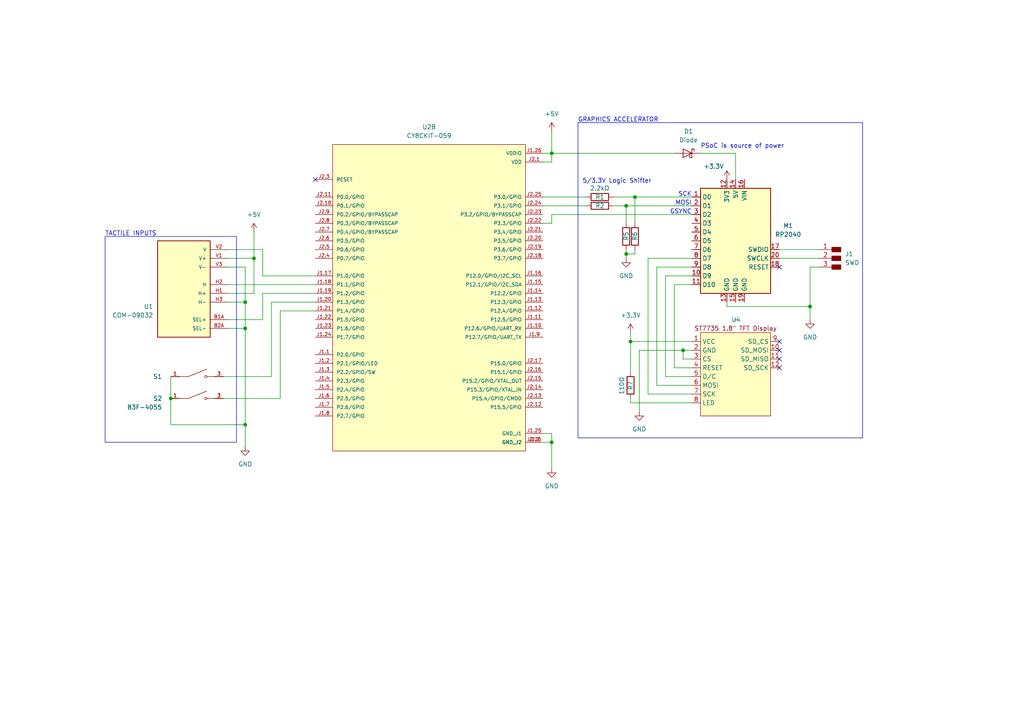
<source format=kicad_sch>
(kicad_sch (version 20231120) (generator "eeschema") (generator_version "8.0")
  (paper "A4")
  (lib_symbols
    (symbol "B3F-4055:B3F-4055" (pin_names (offset 1.016))
      (property "Reference" "S" (at -2.54 2.54 0))
      (property "Value" "B3F-4055" (at -2.54 -2.54 0))
      (symbol "B3F-4055_0_0"
        (polyline (pts (xy -2.54 0) (xy -5.08 0)) (stroke (width 0.1524)))
        (polyline (pts (xy -2.54 0) (xy 2.794 2.1336)) (stroke (width 0.1524)))
        (polyline (pts (xy 5.08 0) (xy 2.921 0)) (stroke (width 0.1524)))
        (circle (center 2.54 0) (radius 0.3302) (stroke (width 0.1524)))
        (pin passive line (at -7.62 0 0) (length 2.54) (name "~") (number "1"))
        (pin passive line (at 7.62 0 180) (length 2.54) (name "~") (number "3"))
      )
    )
    (symbol "COM-09032_1" (pin_names (offset 1.016))
      (property "Reference" "U1" (at 8.89 -3.81 0))
      (property "Value" "COM-09032" (at 8.89 -6.35 0))
      (symbol "COM-09032_1_0_0"
        (rectangle (start -7.62 15.24) (end 7.62 -12.7) (stroke (width 0.254)) (fill (type background)))
        (pin passive line (at -12.7 -7.62 0) (length 5.08) (name "SEL+") (number "B1A"))
        (pin passive line (at -12.7 -10.16 0) (length 5.08) (name "SEL-") (number "B2A"))
        (pin passive line (at -12.7 0 0) (length 5.08) (name "H+") (number "H1"))
        (pin passive line (at -12.7 2.54 0) (length 5.08) (name "H") (number "H2"))
        (pin passive line (at -12.7 -2.54 0) (length 5.08) (name "H-") (number "H3"))
        (pin passive line (at -12.7 10.16 0) (length 5.08) (name "V+") (number "V1"))
        (pin passive line (at -12.7 12.7 0) (length 5.08) (name "V") (number "V2"))
        (pin passive line (at -12.7 7.62 0) (length 5.08) (name "V-") (number "V3"))
      )
    )
    (symbol "CY8C58LP:CY8CKIT-059" (pin_names (offset 1.016))
      (property "Reference" "U" (at -20.32 16.002 0))
      (property "Value" "CY8CKIT-059" (at -20.32 -20.32 0))
      (symbol "CY8CKIT-059_1_0"
        (rectangle (start -20.32 -17.78) (end 20.32 15.24) (stroke (width 0.1524)) (fill (type background)))
        (pin power_in line (at 25.4 -12.7 180) (length 5.08) (name "GND_J8") (number "J8.1"))
        (pin bidirectional line (at -25.4 0 0) (length 5.08) (name "P3.0/GPIO") (number "J8.2"))
        (pin bidirectional line (at -25.4 -2.54 0) (length 5.08) (name "P3.4/GPIO") (number "J8.3"))
        (pin bidirectional line (at -25.4 -5.08 0) (length 5.08) (name "P3.5/GPIO") (number "J8.4"))
        (pin bidirectional line (at -25.4 -7.62 0) (length 5.08) (name "P3.6/GPIO") (number "J8.5"))
        (pin bidirectional line (at -25.4 7.62 0) (length 5.08) (name "P0.0/GPIO") (number "J8.6"))
        (pin bidirectional line (at -25.4 5.08 0) (length 5.08) (name "P0.1/GPIO") (number "J8.7"))
        (pin power_in line (at 25.4 12.7 180) (length 5.08) (name "VBUS") (number "J9.1"))
        (pin power_in line (at 25.4 -15.24 180) (length 5.08) (name "GND_J9") (number "J9.2"))
        (pin bidirectional line (at 25.4 0 180) (length 5.08) (name "P12.5/GPIO") (number "J9.3"))
        (pin bidirectional line (at 25.4 5.08 180) (length 5.08) (name "P12.0/GPIO/I2C_SCL") (number "J9.4"))
        (pin bidirectional line (at 25.4 2.54 180) (length 5.08) (name "P12.1/GPIO/I2C_SDA") (number "J9.5"))
        (pin bidirectional line (at 25.4 -2.54 180) (length 5.08) (name "P12.6/GPIO/UART_RX") (number "J9.6"))
        (pin bidirectional line (at 25.4 -5.08 180) (length 5.08) (name "P12.7/GPIO/UART_TX") (number "J9.7"))
      )
      (symbol "CY8CKIT-059_2_0"
        (rectangle (start -27.94 -45.72) (end 27.94 43.18) (stroke (width 0.1524)) (fill (type background)))
        (pin bidirectional line (at -33.02 -17.78 0) (length 5.08) (name "P2.0/GPIO") (number "J1.1"))
        (pin bidirectional line (at 33.02 -10.16 180) (length 5.08) (name "P12.6/GPIO/UART_RX") (number "J1.10"))
        (pin bidirectional line (at 33.02 -7.62 180) (length 5.08) (name "P12.5/GPIO") (number "J1.11"))
        (pin bidirectional line (at 33.02 -5.08 180) (length 5.08) (name "P12.4/GPIO") (number "J1.12"))
        (pin bidirectional line (at 33.02 -2.54 180) (length 5.08) (name "P12.3/GPIO") (number "J1.13"))
        (pin bidirectional line (at 33.02 0 180) (length 5.08) (name "P12.2/GPIO") (number "J1.14"))
        (pin bidirectional line (at 33.02 2.54 180) (length 5.08) (name "P12.1/GPIO/I2C_SDA") (number "J1.15"))
        (pin bidirectional line (at 33.02 5.08 180) (length 5.08) (name "P12.0/GPIO/I2C_SCL") (number "J1.16"))
        (pin bidirectional line (at -33.02 5.08 0) (length 5.08) (name "P1.0/GPIO") (number "J1.17"))
        (pin bidirectional line (at -33.02 2.54 0) (length 5.08) (name "P1.1/GPIO") (number "J1.18"))
        (pin bidirectional line (at -33.02 0 0) (length 5.08) (name "P1.2/GPIO") (number "J1.19"))
        (pin bidirectional line (at -33.02 -20.32 0) (length 5.08) (name "P2.1/GPIO/LED") (number "J1.2"))
        (pin bidirectional line (at -33.02 -2.54 0) (length 5.08) (name "P1.3/GPIO") (number "J1.20"))
        (pin bidirectional line (at -33.02 -5.08 0) (length 5.08) (name "P1.4/GPIO") (number "J1.21"))
        (pin bidirectional line (at -33.02 -7.62 0) (length 5.08) (name "P1.5/GPIO") (number "J1.22"))
        (pin bidirectional line (at -33.02 -10.16 0) (length 5.08) (name "P1.6/GPIO") (number "J1.23"))
        (pin bidirectional line (at -33.02 -12.7 0) (length 5.08) (name "P1.7/GPIO") (number "J1.24"))
        (pin power_in line (at 33.02 -40.64 180) (length 5.08) (name "GND_J1") (number "J1.25"))
        (pin power_in line (at 33.02 40.64 180) (length 5.08) (name "VDDIO") (number "J1.26"))
        (pin bidirectional line (at -33.02 -22.86 0) (length 5.08) (name "P2.2/GPIO/SW") (number "J1.3"))
        (pin bidirectional line (at -33.02 -25.4 0) (length 5.08) (name "P2.3/GPIO") (number "J1.4"))
        (pin bidirectional line (at -33.02 -27.94 0) (length 5.08) (name "P2.4/GPIO") (number "J1.5"))
        (pin bidirectional line (at -33.02 -30.48 0) (length 5.08) (name "P2.5/GPIO") (number "J1.6"))
        (pin bidirectional line (at -33.02 -33.02 0) (length 5.08) (name "P2.6/GPIO") (number "J1.7"))
        (pin bidirectional line (at -33.02 -35.56 0) (length 5.08) (name "P2.7/GPIO") (number "J1.8"))
        (pin bidirectional line (at 33.02 -12.7 180) (length 5.08) (name "P12.7/GPIO/UART_TX") (number "J1.9"))
        (pin power_in line (at 33.02 38.1 180) (length 5.08) (name "VDD") (number "J2.1"))
        (pin bidirectional line (at -33.02 25.4 0) (length 5.08) (name "P0.1/GPIO") (number "J2.10"))
        (pin bidirectional line (at -33.02 27.94 0) (length 5.08) (name "P0.0/GPIO") (number "J2.11"))
        (pin bidirectional line (at 33.02 -33.02 180) (length 5.08) (name "P15.5/GPIO") (number "J2.12"))
        (pin bidirectional line (at 33.02 -30.48 180) (length 5.08) (name "P15.4/GPIO/CMOD") (number "J2.13"))
        (pin bidirectional line (at 33.02 -27.94 180) (length 5.08) (name "P15.3/GPIO/XTAL_IN") (number "J2.14"))
        (pin bidirectional line (at 33.02 -25.4 180) (length 5.08) (name "P15.2/GPIO/XTAL_OUT") (number "J2.15"))
        (pin bidirectional line (at 33.02 -22.86 180) (length 5.08) (name "P15.1/GPIO") (number "J2.16"))
        (pin bidirectional line (at 33.02 -20.32 180) (length 5.08) (name "P15.0/GPIO") (number "J2.17"))
        (pin bidirectional line (at 33.02 10.16 180) (length 5.08) (name "P3.7/GPIO") (number "J2.18"))
        (pin bidirectional line (at 33.02 12.7 180) (length 5.08) (name "P3.6/GPIO") (number "J2.19"))
        (pin power_in line (at 33.02 -43.18 180) (length 5.08) (name "GND_J2") (number "J2.2"))
        (pin bidirectional line (at 33.02 15.24 180) (length 5.08) (name "P3.5/GPIO") (number "J2.20"))
        (pin bidirectional line (at 33.02 17.78 180) (length 5.08) (name "P3.4/GPIO") (number "J2.21"))
        (pin bidirectional line (at 33.02 20.32 180) (length 5.08) (name "P3.3/GPIO") (number "J2.22"))
        (pin bidirectional line (at 33.02 22.86 180) (length 5.08) (name "P3.2/GPIO/BYPASSCAP") (number "J2.23"))
        (pin bidirectional line (at 33.02 25.4 180) (length 5.08) (name "P3.1/GPIO") (number "J2.24"))
        (pin bidirectional line (at 33.02 27.94 180) (length 5.08) (name "P3.0/GPIO") (number "J2.25"))
        (pin power_in line (at 33.02 -43.18 180) (length 5.08) (name "GND_J2") (number "J2.26"))
        (pin bidirectional line (at -33.02 33.02 0) (length 5.08) (name "RESET") (number "J2.3"))
        (pin bidirectional line (at -33.02 10.16 0) (length 5.08) (name "P0.7/GPIO") (number "J2.4"))
        (pin bidirectional line (at -33.02 12.7 0) (length 5.08) (name "P0.6/GPIO") (number "J2.5"))
        (pin bidirectional line (at -33.02 15.24 0) (length 5.08) (name "P0.5/GPIO") (number "J2.6"))
        (pin bidirectional line (at -33.02 17.78 0) (length 5.08) (name "P0.4/GPIO/BYPASSCAP") (number "J2.7"))
        (pin bidirectional line (at -33.02 20.32 0) (length 5.08) (name "P0.3/GPIO/BYPASSCAP") (number "J2.8"))
        (pin bidirectional line (at -33.02 22.86 0) (length 5.08) (name "P0.2/GPIO/BYPASSCAP") (number "J2.9"))
      )
    )
    (symbol "Device:R" (pin_numbers hide) (pin_names (offset 0))
      (property "Reference" "R" (at 2.032 0 90))
      (property "Value" "R" (at 0 0 90))
      (symbol "R_0_1"
        (rectangle (start -1.016 -2.54) (end 1.016 2.54) (stroke (width 0.254)))
      )
      (symbol "R_1_1"
        (pin passive line (at 0 3.81 270) (length 1.27) (name "~") (number "1"))
        (pin passive line (at 0 -3.81 90) (length 1.27) (name "~") (number "2"))
      )
    )
    (symbol "Display_Graphic:ST7735"
      (property "Reference" "U" (at 0 0 0))
      (symbol "ST7735_1_1"
        (rectangle (start -10.16 -3.81) (end 10.16 -27.94) (fill (type background)))
        (text "ST7735 1.8\" TFT Display" (at 0 -2.54 0) (effects (font (size 1.27 1.27))))
        (pin power_in line (at -12.7 -6.35 0) (length 2.54) (name "VCC") (number "1"))
        (pin input line (at 12.7 -8.89 180) (length 2.54) (name "SD_MOSI") (number "10"))
        (pin input line (at 12.7 -11.43 180) (length 2.54) (name "SD_MISO") (number "11"))
        (pin input line (at 12.7 -13.97 180) (length 2.54) (name "SD_SCK") (number "12"))
        (pin input line (at -12.7 -8.89 0) (length 2.54) (name "GND") (number "2"))
        (pin input line (at -12.7 -11.43 0) (length 2.54) (name "CS") (number "3"))
        (pin input line (at -12.7 -13.97 0) (length 2.54) (name "RESET") (number "4"))
        (pin input line (at -12.7 -16.51 0) (length 2.54) (name "D/C") (number "5"))
        (pin input line (at -12.7 -19.05 0) (length 2.54) (name "MOSI") (number "6"))
        (pin input line (at -12.7 -21.59 0) (length 2.54) (name "SCK") (number "7"))
        (pin input line (at -12.7 -24.13 0) (length 2.54) (name "LED") (number "8"))
        (pin input line (at 12.7 -6.35 180) (length 2.54) (name "SD_CS") (number "9"))
      )
    )
    (symbol "Fab:Conn_PinHeader_1x03_P2.54mm_Vertical_THT_D1mm" (pin_names hide)
      (property "Reference" "J" (at 0 5.08 0))
      (property "Value" "Conn_PinHeader_1x03_P2.54mm_Vertical_THT_D1mm" (at 0 -5.08 0))
      (symbol "Conn_PinHeader_1x03_P2.54mm_Vertical_THT_D1mm_1_1"
        (rectangle (start -1.27 -1.905) (end 1.27 -3.175) (stroke (width 0.254)) (fill (type outline)))
        (rectangle (start -1.27 0.635) (end 1.27 -0.635) (stroke (width 0.254)) (fill (type outline)))
        (rectangle (start -1.27 3.175) (end 1.27 1.905) (stroke (width 0.254)) (fill (type outline)))
        (pin passive line (at 5.08 2.54 180) (length 3.81) (name "Pin_1") (number "1"))
        (pin passive line (at 5.08 0 180) (length 3.81) (name "Pin_2") (number "2"))
        (pin passive line (at 5.08 -2.54 180) (length 3.81) (name "Pin_3") (number "3"))
      )
    )
    (symbol "Fab:Diode_Schottky_SOD123" (pin_numbers hide) (pin_names (offset 1.016) hide)
      (property "Reference" "D" (at 0 2.54 0))
      (property "Value" "Diode_Schottky_SOD123" (at 0 -2.54 0))
      (symbol "Diode_Schottky_SOD123_0_1"
        (polyline (pts (xy 1.27 0) (xy -1.27 0)))
        (polyline (pts (xy 1.27 1.27) (xy 1.27 -1.27) (xy -1.27 0) (xy 1.27 1.27)) (stroke (width 0.2032)))
        (polyline (pts (xy -1.905 0.635) (xy -1.905 1.27) (xy -1.27 1.27) (xy -1.27 -1.27) (xy -0.635 -1.27) (xy -0.635 -0.635)) (stroke (width 0.2032)))
      )
      (symbol "Diode_Schottky_SOD123_1_1"
        (pin passive line (at -3.81 0 0) (length 2.54) (name "K") (number "1"))
        (pin passive line (at 3.81 0 180) (length 2.54) (name "A") (number "2"))
      )
    )
    (symbol "Fab:Module_XIAO-RP2040"
      (property "Reference" "M" (at -10.16 16.51 0))
      (property "Value" "Module_XIAO-RP2040" (at 3.81 16.51 0))
      (symbol "Module_XIAO-RP2040_1_1"
        (rectangle (start -10.16 15.24) (end 10.16 -15.24) (stroke (width 0.254)) (fill (type background)))
        (pin bidirectional line (at -12.7 12.7 0) (length 2.54) (name "D0") (number "1"))
        (pin bidirectional line (at -12.7 -10.16 0) (length 2.54) (name "D9") (number "10"))
        (pin bidirectional line (at -12.7 -12.7 0) (length 2.54) (name "D10") (number "11"))
        (pin power_in line (at -2.54 17.78 270) (length 2.54) (name "3V3") (number "12"))
        (pin power_in line (at -2.54 -17.78 90) (length 2.54) (name "GND") (number "13"))
        (pin power_in line (at 0 17.78 270) (length 2.54) (name "5V") (number "14"))
        (pin power_in line (at 0 -17.78 90) (length 2.54) (name "GND") (number "15"))
        (pin power_in line (at 2.54 17.78 270) (length 2.54) (name "VIN") (number "16"))
        (pin bidirectional line (at 12.7 -2.54 180) (length 2.54) (name "SWDIO") (number "17"))
        (pin input line (at 12.7 -7.62 180) (length 2.54) (name "RESET") (number "18"))
        (pin power_in line (at 2.54 -17.78 90) (length 2.54) (name "GND") (number "19"))
        (pin bidirectional line (at -12.7 10.16 0) (length 2.54) (name "D1") (number "2"))
        (pin input line (at 12.7 -5.08 180) (length 2.54) (name "SWCLK") (number "20"))
        (pin bidirectional line (at -12.7 7.62 0) (length 2.54) (name "D2") (number "3"))
        (pin bidirectional line (at -12.7 5.08 0) (length 2.54) (name "D3") (number "4"))
        (pin bidirectional line (at -12.7 2.54 0) (length 2.54) (name "D4") (number "5"))
        (pin bidirectional line (at -12.7 0 0) (length 2.54) (name "D5") (number "6"))
        (pin bidirectional line (at -12.7 -2.54 0) (length 2.54) (name "D6") (number "7"))
        (pin bidirectional line (at -12.7 -5.08 0) (length 2.54) (name "D7") (number "8"))
        (pin bidirectional line (at -12.7 -7.62 0) (length 2.54) (name "D8") (number "9"))
      )
    )
    (symbol "power:+3.3V" (power) (pin_names (offset 0))
      (property "Value" "+3.3V" (at 0 3.556 0))
      (symbol "+3.3V_0_1"
        (polyline (pts (xy -0.762 1.27) (xy 0 2.54)))
        (polyline (pts (xy 0 0) (xy 0 2.54)))
        (polyline (pts (xy 0 2.54) (xy 0.762 1.27)))
      )
      (symbol "+3.3V_1_1"
        (pin power_in line (at 0 0 90) (length 0) hide (name "+3.3V") (number "1"))
      )
    )
    (symbol "power:+5V" (power) (pin_names (offset 0))
      (property "Value" "+5V" (at 0 3.556 0))
      (symbol "+5V_0_1"
        (polyline (pts (xy -0.762 1.27) (xy 0 2.54)))
        (polyline (pts (xy 0 0) (xy 0 2.54)))
        (polyline (pts (xy 0 2.54) (xy 0.762 1.27)))
      )
      (symbol "+5V_1_1"
        (pin power_in line (at 0 0 90) (length 0) hide (name "+5V") (number "1"))
      )
    )
    (symbol "power:GND" (power) (pin_names (offset 0))
      (property "Value" "GND" (at 0 -3.81 0))
      (symbol "GND_0_1"
        (polyline (pts (xy 0 0) (xy 0 -1.27) (xy 1.27 -1.27) (xy 0 -2.54) (xy -1.27 -1.27) (xy 0 -1.27)))
      )
      (symbol "GND_1_1"
        (pin power_in line (at 0 0 270) (length 0) hide (name "GND") (number "1"))
      )
    )
  )
  (junction (at 182.88 99.06))
  (junction (at 184.15 57.15))
  (junction (at 71.12 123.19))
  (junction (at 198.12 101.6))
  (junction (at 73.66 74.93))
  (junction (at 160.02 44.45))
  (junction (at 71.12 87.63))
  (junction (at 181.61 59.69))
  (junction (at 234.95 88.9))
  (junction (at 49.53 115.57))
  (junction (at 71.12 95.25))
  (junction (at 181.61 73.66))
  (junction (at 160.02 128.27))
  (no_connect (at 226.06 99.06))
  (no_connect (at 226.06 101.6))
  (no_connect (at 226.06 106.68))
  (no_connect (at 91.44 52.07))
  (no_connect (at 226.06 104.14))
  (no_connect (at 226.06 77.47))
  (wire (pts (xy 182.88 99.06) (xy 200.66 99.06)))
  (wire (pts (xy 73.66 67.31) (xy 73.66 74.93)))
  (wire (pts (xy 213.36 44.45) (xy 213.36 52.07)))
  (wire (pts (xy 187.96 114.3) (xy 187.96 74.93)))
  (wire (pts (xy 226.06 72.39) (xy 237.49 72.39)))
  (wire (pts (xy 200.66 109.22) (xy 193.04 109.22)))
  (wire (pts (xy 193.04 109.22) (xy 193.04 80.01)))
  (wire (pts (xy 76.2 80.01) (xy 91.44 80.01)))
  (wire (pts (xy 76.2 92.71) (xy 76.2 85.09)))
  (wire (pts (xy 71.12 95.25) (xy 66.04 95.25)))
  (wire (pts (xy 160.02 46.99) (xy 160.02 44.45)))
  (wire (pts (xy 157.48 128.27) (xy 160.02 128.27)))
  (wire (pts (xy 81.28 115.57) (xy 81.28 90.17)))
  (wire (pts (xy 195.58 82.55) (xy 200.66 82.55)))
  (wire (pts (xy 157.48 125.73) (xy 160.02 125.73)))
  (wire (pts (xy 190.5 111.76) (xy 190.5 77.47)))
  (wire (pts (xy 157.48 59.69) (xy 170.18 59.69)))
  (wire (pts (xy 71.12 123.19) (xy 71.12 129.54)))
  (wire (pts (xy 71.12 123.19) (xy 49.53 123.19)))
  (wire (pts (xy 66.04 82.55) (xy 91.44 82.55)))
  (wire (pts (xy 160.02 44.45) (xy 195.58 44.45)))
  (wire (pts (xy 200.66 106.68) (xy 195.58 106.68)))
  (wire (pts (xy 182.88 99.06) (xy 182.88 96.52)))
  (wire (pts (xy 185.42 101.6) (xy 198.12 101.6)))
  (wire (pts (xy 226.06 74.93) (xy 237.49 74.93)))
  (wire (pts (xy 234.95 77.47) (xy 234.95 88.9)))
  (wire (pts (xy 66.04 92.71) (xy 76.2 92.71)))
  (wire (pts (xy 193.04 80.01) (xy 200.66 80.01)))
  (wire (pts (xy 184.15 72.39) (xy 184.15 73.66)))
  (wire (pts (xy 71.12 77.47) (xy 71.12 87.63)))
  (wire (pts (xy 76.2 85.09) (xy 91.44 85.09)))
  (wire (pts (xy 198.12 101.6) (xy 200.66 101.6)))
  (wire (pts (xy 71.12 87.63) (xy 71.12 95.25)))
  (wire (pts (xy 177.8 57.15) (xy 184.15 57.15)))
  (wire (pts (xy 200.66 111.76) (xy 190.5 111.76)))
  (wire (pts (xy 184.15 57.15) (xy 184.15 64.77)))
  (wire (pts (xy 182.88 116.84) (xy 182.88 115.57)))
  (wire (pts (xy 210.82 87.63) (xy 210.82 88.9)))
  (wire (pts (xy 181.61 59.69) (xy 181.61 64.77)))
  (wire (pts (xy 182.88 99.06) (xy 182.88 107.95)))
  (wire (pts (xy 81.28 90.17) (xy 91.44 90.17)))
  (wire (pts (xy 200.66 104.14) (xy 198.12 104.14)))
  (wire (pts (xy 160.02 125.73) (xy 160.02 128.27)))
  (wire (pts (xy 160.02 64.77) (xy 160.02 62.23)))
  (wire (pts (xy 198.12 104.14) (xy 198.12 101.6)))
  (wire (pts (xy 160.02 128.27) (xy 160.02 135.89)))
  (wire (pts (xy 73.66 74.93) (xy 73.66 85.09)))
  (wire (pts (xy 184.15 57.15) (xy 200.66 57.15)))
  (wire (pts (xy 187.96 74.93) (xy 200.66 74.93)))
  (wire (pts (xy 160.02 62.23) (xy 200.66 62.23)))
  (wire (pts (xy 203.2 44.45) (xy 213.36 44.45)))
  (wire (pts (xy 160.02 38.1) (xy 160.02 44.45)))
  (wire (pts (xy 71.12 95.25) (xy 71.12 123.19)))
  (wire (pts (xy 181.61 72.39) (xy 181.61 73.66)))
  (wire (pts (xy 181.61 73.66) (xy 181.61 74.93)))
  (wire (pts (xy 195.58 106.68) (xy 195.58 82.55)))
  (wire (pts (xy 157.48 57.15) (xy 170.18 57.15)))
  (wire (pts (xy 190.5 77.47) (xy 200.66 77.47)))
  (wire (pts (xy 73.66 85.09) (xy 66.04 85.09)))
  (wire (pts (xy 76.2 72.39) (xy 76.2 80.01)))
  (wire (pts (xy 182.88 116.84) (xy 200.66 116.84)))
  (wire (pts (xy 157.48 46.99) (xy 160.02 46.99)))
  (wire (pts (xy 184.15 73.66) (xy 181.61 73.66)))
  (wire (pts (xy 49.53 109.22) (xy 49.53 115.57)))
  (wire (pts (xy 157.48 64.77) (xy 160.02 64.77)))
  (wire (pts (xy 185.42 101.6) (xy 185.42 119.38)))
  (wire (pts (xy 64.77 115.57) (xy 81.28 115.57)))
  (wire (pts (xy 64.77 109.22) (xy 78.74 109.22)))
  (wire (pts (xy 49.53 123.19) (xy 49.53 115.57)))
  (wire (pts (xy 177.8 59.69) (xy 181.61 59.69)))
  (wire (pts (xy 200.66 114.3) (xy 187.96 114.3)))
  (wire (pts (xy 73.66 74.93) (xy 66.04 74.93)))
  (wire (pts (xy 78.74 109.22) (xy 78.74 87.63)))
  (wire (pts (xy 66.04 77.47) (xy 71.12 77.47)))
  (wire (pts (xy 234.95 77.47) (xy 237.49 77.47)))
  (wire (pts (xy 78.74 87.63) (xy 91.44 87.63)))
  (wire (pts (xy 71.12 87.63) (xy 66.04 87.63)))
  (wire (pts (xy 160.02 44.45) (xy 157.48 44.45)))
  (wire (pts (xy 234.95 88.9) (xy 234.95 92.71)))
  (wire (pts (xy 210.82 88.9) (xy 234.95 88.9)))
  (wire (pts (xy 181.61 59.69) (xy 200.66 59.69)))
  (wire (pts (xy 66.04 72.39) (xy 76.2 72.39)))
  (rectangle (start 167.64 35.56) (end 250.19 127))
  (rectangle (start 30.48 68.58) (end 68.58 128.27))
  (text "GRAPHICS ACCELERATOR" (at 167.64 35.56 0) (effects (font (size 1.27 1.27)) (justify left bottom)))
  (text "MOSI" (at 200.66 59.69 0) (effects (font (size 1.27 1.27)) (justify right bottom)))
  (text "5/3.3V Logic Shifter" (at 168.91 53.34 0) (effects (font (size 1.27 1.27)) (justify left bottom)))
  (text "GSYNC" (at 194.31 62.23 0) (effects (font (size 1.27 1.27)) (justify left bottom)))
  (text "SCK" (at 200.66 57.15 0) (effects (font (size 1.27 1.27)) (justify right bottom)))
  (text "TACTILE INPUTS" (at 30.48 68.58 0) (effects (font (size 1.27 1.27)) (justify left bottom)))
  (text "PSoC is source of power" (at 203.2 43.18 0) (effects (font (size 1.27 1.27)) (justify left bottom)))
  (symbol (lib_id "B3F-4055:B3F-4055") (at 57.15 115.57 0) (unit 1)
    (property "Reference" "S2" (at 45.72 115.57 0))
    (property "Value" "B3F-4055" (effects (hide yes)))
    (property "Footprint" "B3F-4055:SW_B3F-4055" (effects (hide yes)))
    (property "PARTREV" "A070-E1-08" (effects (hide yes)))
    (property "STANDARD" "Manufacturer Recommendations" (effects (hide yes)))
    (property "MAXIMUM_PACKAGE_HEIGHT" "7.5 mm" (effects (hide yes)))
    (property "MANUFACTURER" "Omron Electronics" (effects (hide yes)))
  )
  (symbol (lib_id "power:GND") (at 234.95 92.71 0) (unit 1)
    (property "Reference" "#PWR07" (effects (hide yes)))
    (property "Value" "GND" (at 234.95 97.79 0))
  )
  (symbol (lib_id "power:+3.3V") (at 210.82 52.07 0) (unit 1)
    (property "Reference" "#PWR09" (effects (hide yes)))
    (property "Value" "+3.3V" (at 207.01 48.26 0))
  )
  (symbol (lib_id "power:GND") (at 160.02 135.89 0) (unit 1)
    (property "Reference" "#PWR04" (effects (hide yes)))
    (property "Value" "GND" (at 160.02 140.97 0))
  )
  (symbol (lib_id "power:+5V") (at 73.66 67.31 0) (unit 1)
    (property "Reference" "#PWR02" (effects (hide yes)))
    (property "Value" "+5V" (at 73.66 62.23 0))
  )
  (symbol (lib_name "COM-09032_1") (lib_id "COM_09032:COM-09032") (at 53.34 85.09 0) (mirror y) (unit 1)
    (property "Reference" "U1" (at 44.45 88.9 0) (effects (justify left)))
    (property "Value" "COM-09032" (at 44.45 91.44 0) (effects (justify left)))
    (property "Footprint" "COM_09032:XDCR_COM-09032" (effects (hide yes)))
    (property "PARTREV" "N/A" (effects (hide yes)))
    (property "STANDARD" "Manufacturer Recommendations" (effects (hide yes)))
    (property "MAXIMUM_PACKAGE_HEIGHT" "30.1mm" (effects (hide yes)))
    (property "MANUFACTURER" "SparkFun Electronics" (effects (hide yes)))
  )
  (symbol (lib_id "B3F-4055:B3F-4055") (at 57.15 109.22 0) (unit 1)
    (property "Reference" "S1" (at 45.72 109.22 0))
    (property "Value" "B3F-4055" (at 41.91 118.11 0))
    (property "Footprint" "B3F-4055:SW_B3F-4055" (effects (hide yes)))
    (property "PARTREV" "A070-E1-08" (effects (hide yes)))
    (property "STANDARD" "Manufacturer Recommendations" (effects (hide yes)))
    (property "MAXIMUM_PACKAGE_HEIGHT" "7.5 mm" (effects (hide yes)))
    (property "MANUFACTURER" "Omron Electronics" (effects (hide yes)))
  )
  (symbol (lib_id "Device:R") (at 173.99 59.69 90) (unit 1)
    (property "Reference" "R2" (at 173.99 59.69 90))
    (property "Value" "2.2kΩ" (effects (hide yes)))
    (property "Footprint" "Resistor_SMD:R_1206_3216Metric" (effects (hide yes)))
  )
  (symbol (lib_id "Display_Graphic:ST7735") (at 213.36 92.71 0) (unit 1)
    (property "Reference" "U4" (at 212.09 92.71 0) (effects (justify left)))
    (property "Value" "~" (at 213.36 92.71 0))
    (property "Footprint" "Display:ST7735" (effects (hide yes)))
  )
  (symbol (lib_id "Device:R") (at 184.15 68.58 0) (unit 1)
    (property "Reference" "R6" (at 184.15 69.85 90) (effects (justify left)))
    (property "Value" "3.3kΩ" (effects (hide yes)))
    (property "Footprint" "Resistor_SMD:R_1206_3216Metric" (effects (hide yes)))
  )
  (symbol (lib_id "Device:R") (at 182.88 111.76 0) (mirror y) (unit 1)
    (property "Reference" "R7" (at 182.88 110.49 90) (effects (justify right)))
    (property "Value" "110Ω" (at 180.34 109.22 90) (effects (justify right)))
    (property "Footprint" "Resistor_SMD:R_1206_3216Metric" (effects (hide yes)))
  )
  (symbol (lib_id "Device:R") (at 173.99 57.15 90) (unit 1)
    (property "Reference" "R1" (at 173.99 57.15 90))
    (property "Value" "2.2kΩ" (at 173.99 54.61 90))
    (property "Footprint" "Resistor_SMD:R_1206_3216Metric" (effects (hide yes)))
  )
  (symbol (lib_id "power:GND") (at 71.12 129.54 0) (unit 1)
    (property "Reference" "#PWR01" (effects (hide yes)))
    (property "Value" "GND" (at 71.12 134.62 0))
  )
  (symbol (lib_id "Device:R") (at 181.61 68.58 0) (unit 1)
    (property "Reference" "R5" (at 181.61 69.85 90) (effects (justify left)))
    (property "Value" "3.3kΩ" (effects (hide yes)))
    (property "Footprint" "Resistor_SMD:R_1206_3216Metric" (effects (hide yes)))
  )
  (symbol (lib_id "Fab:Diode_Schottky_SOD123") (at 199.39 44.45 0) (mirror y) (unit 1)
    (property "Reference" "D1" (at 199.7075 38.1 0))
    (property "Value" "Diode" (at 199.7075 40.64 0))
    (property "Footprint" "fab:SOD-123" (effects (hide yes)))
    (property "Datasheet" "https://www.st.com/content/ccc/resource/technical/document/datasheet/c6/32/d4/4a/28/d3/4b/11/CD00004930.pdf/files/CD00004930.pdf/jcr:content/translations/en.CD00004930.pdf" (effects (hide yes)))
  )
  (symbol (lib_id "power:GND") (at 185.42 119.38 0) (unit 1)
    (property "Reference" "#PWR011" (effects (hide yes)))
    (property "Value" "GND" (at 185.42 124.46 0))
  )
  (symbol (lib_id "Fab:Module_XIAO-RP2040") (at 213.36 69.85 0) (unit 1)
    (property "Reference" "M1" (at 228.6 65.4619 0))
    (property "Value" "RP2040" (at 228.6 68.0019 0))
    (property "Footprint" "fab:SeeedStudio_XIAO_RP2040" (effects (hide yes)))
    (property "Datasheet" "https://wiki.seeedstudio.com/XIAO-RP2040/" (effects (hide yes)))
  )
  (symbol (lib_id "power:+5V") (at 160.02 38.1 0) (unit 1)
    (property "Reference" "#PWR03" (effects (hide yes)))
    (property "Value" "+5V" (at 160.02 33.02 0))
  )
  (symbol (lib_id "power:+3.3V") (at 182.88 96.52 0) (unit 1)
    (property "Reference" "#PWR010" (effects (hide yes)))
    (property "Value" "+3.3V" (at 182.88 91.44 0))
  )
  (symbol (lib_id "Fab:Conn_PinHeader_1x03_P2.54mm_Vertical_THT_D1mm") (at 242.57 74.93 0) (mirror y) (unit 1)
    (property "Reference" "J1" (at 245.11 73.66 0) (effects (justify right)))
    (property "Value" "SWD" (at 245.11 76.2 0) (effects (justify right)))
    (property "Footprint" "fab:PinHeader_1x03_P2.54mm_Vertical_THT_D1mm" (effects (hide yes)))
  )
  (symbol (lib_id "CY8C58LP:CY8CKIT-059") (at 124.46 85.09 0) (unit 2)
    (property "Reference" "U2" (at 124.46 36.83 0))
    (property "Value" "CY8CKIT-059" (at 124.46 39.37 0))
    (property "Footprint" "CY8C58LP:MODULE_CY8CKIT-059" (effects (hide yes)))
    (property "Description" "\nCY8C58LP PSOC® 5LP ARM® Cortex®-M3 MCU 32-Bit Embedded Evaluation Board\n" (effects (hide yes)))
    (property "MF" "Cypress Semiconductor" (effects (hide yes)))
    (property "Package" "None" (effects (hide yes)))
    (property "Price" "None" (effects (hide yes)))
    (property "Check_prices" "https://www.snapeda.com/parts/CY8CKIT-059/Cypress+semiconductor/view-part/?ref=eda" (effects (hide yes)))
    (property "STANDARD" "Manufacturer Recommendations" (effects (hide yes)))
    (property "PARTREV" "G" (effects (hide yes)))
    (property "SnapEDA_Link" "https://www.snapeda.com/parts/CY8CKIT-059/Cypress+semiconductor/view-part/?ref=snap" (effects (hide yes)))
    (property "MP" "CY8CKIT-059" (effects (hide yes)))
    (property "Availability" "Not in stock" (effects (hide yes)))
    (property "MANUFACTURER" "Cypress" (effects (hide yes)))
  )
  (symbol (lib_id "power:GND") (at 181.61 74.93 0) (unit 1)
    (property "Reference" "#PWR08" (effects (hide yes)))
    (property "Value" "GND" (at 181.61 80.01 0))
  )
)
</source>
